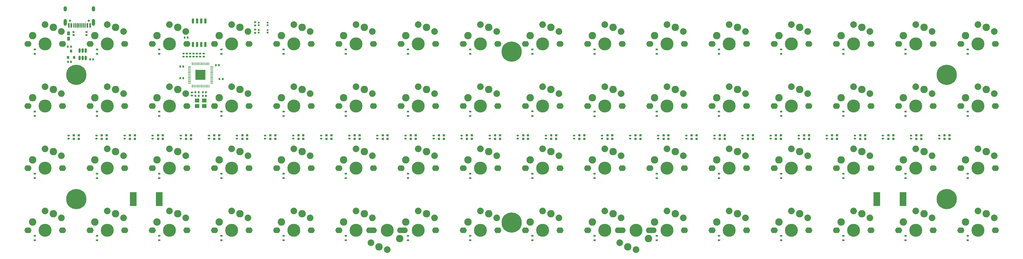
<source format=gbr>
%TF.GenerationSoftware,KiCad,Pcbnew,(6.0.0)*%
%TF.CreationDate,2022-04-25T19:56:53-04:00*%
%TF.ProjectId,HL-2040,484c2d32-3034-4302-9e6b-696361645f70,Mark 2 Rev F*%
%TF.SameCoordinates,Original*%
%TF.FileFunction,Soldermask,Bot*%
%TF.FilePolarity,Negative*%
%FSLAX46Y46*%
G04 Gerber Fmt 4.6, Leading zero omitted, Abs format (unit mm)*
G04 Created by KiCad (PCBNEW (6.0.0)) date 2022-04-25 19:56:53*
%MOMM*%
%LPD*%
G01*
G04 APERTURE LIST*
G04 Aperture macros list*
%AMRoundRect*
0 Rectangle with rounded corners*
0 $1 Rounding radius*
0 $2 $3 $4 $5 $6 $7 $8 $9 X,Y pos of 4 corners*
0 Add a 4 corners polygon primitive as box body*
4,1,4,$2,$3,$4,$5,$6,$7,$8,$9,$2,$3,0*
0 Add four circle primitives for the rounded corners*
1,1,$1+$1,$2,$3*
1,1,$1+$1,$4,$5*
1,1,$1+$1,$6,$7*
1,1,$1+$1,$8,$9*
0 Add four rect primitives between the rounded corners*
20,1,$1+$1,$2,$3,$4,$5,0*
20,1,$1+$1,$4,$5,$6,$7,0*
20,1,$1+$1,$6,$7,$8,$9,0*
20,1,$1+$1,$8,$9,$2,$3,0*%
G04 Aperture macros list end*
%ADD10O,2.150000X1.750000*%
%ADD11C,3.987800*%
%ADD12C,2.032000*%
%ADD13C,2.286000*%
%ADD14O,3.300000X1.750000*%
%ADD15C,6.200000*%
%ADD16RoundRect,0.147500X-0.147500X-0.172500X0.147500X-0.172500X0.147500X0.172500X-0.147500X0.172500X0*%
%ADD17RoundRect,0.147500X0.147500X0.172500X-0.147500X0.172500X-0.147500X-0.172500X0.147500X-0.172500X0*%
%ADD18RoundRect,0.147500X0.172500X-0.147500X0.172500X0.147500X-0.172500X0.147500X-0.172500X-0.147500X0*%
%ADD19R,0.550000X0.550000*%
%ADD20RoundRect,0.050000X0.387500X0.050000X-0.387500X0.050000X-0.387500X-0.050000X0.387500X-0.050000X0*%
%ADD21RoundRect,0.050000X0.050000X0.387500X-0.050000X0.387500X-0.050000X-0.387500X0.050000X-0.387500X0*%
%ADD22R,3.050000X3.050000*%
%ADD23R,0.700000X0.600000*%
%ADD24RoundRect,0.147500X-0.172500X0.147500X-0.172500X-0.147500X0.172500X-0.147500X0.172500X0.147500X0*%
%ADD25RoundRect,0.212500X-0.212500X0.400000X-0.212500X-0.400000X0.212500X-0.400000X0.212500X0.400000X0*%
%ADD26R,0.800000X0.900000*%
%ADD27C,0.650000*%
%ADD28R,0.600000X1.450000*%
%ADD29R,0.300000X1.450000*%
%ADD30O,1.000000X1.600000*%
%ADD31O,1.000000X2.100000*%
%ADD32R,0.700000X0.700000*%
%ADD33R,2.000000X4.200000*%
%ADD34RoundRect,0.150000X-0.150000X0.650000X-0.150000X-0.650000X0.150000X-0.650000X0.150000X0.650000X0*%
%ADD35R,1.400000X1.200000*%
%ADD36RoundRect,0.150000X0.150000X-0.512500X0.150000X0.512500X-0.150000X0.512500X-0.150000X-0.512500X0*%
G04 APERTURE END LIST*
D10*
%TO.C,K2*%
X63226950Y-80962500D03*
D11*
X57943750Y-80962500D03*
D10*
X52660550Y-80962500D03*
D12*
X62943750Y-77162500D03*
D13*
X60483750Y-75882500D03*
D12*
X57943750Y-75062500D03*
D13*
X54133750Y-78422500D03*
%TD*%
D10*
%TO.C,K3*%
X71710550Y-80949800D03*
X82276950Y-80949800D03*
D11*
X76993750Y-80949800D03*
D12*
X81993750Y-77149800D03*
D13*
X79533750Y-75869800D03*
D12*
X76993750Y-75049800D03*
D13*
X73183750Y-78409800D03*
%TD*%
D11*
%TO.C,K6*%
X134143750Y-80962500D03*
D10*
X128860550Y-80962500D03*
X139426950Y-80962500D03*
D12*
X139143750Y-77162500D03*
D13*
X136683750Y-75882500D03*
D12*
X134143750Y-75062500D03*
D13*
X130333750Y-78422500D03*
%TD*%
D10*
%TO.C,K7*%
X158476950Y-80962500D03*
D11*
X153193750Y-80962500D03*
D10*
X147910550Y-80962500D03*
D12*
X158193750Y-77162500D03*
D13*
X155733750Y-75882500D03*
X149383750Y-78422500D03*
D12*
X153193750Y-75062500D03*
%TD*%
D11*
%TO.C,K8*%
X172243750Y-80962500D03*
D10*
X177526950Y-80962500D03*
X166960550Y-80962500D03*
D12*
X177243750Y-77162500D03*
D13*
X174783750Y-75882500D03*
X168433750Y-78422500D03*
D12*
X172243750Y-75062500D03*
%TD*%
D10*
%TO.C,K9*%
X196576950Y-80962500D03*
D11*
X191293750Y-80962500D03*
D10*
X186010550Y-80962500D03*
D13*
X193833750Y-75882500D03*
D12*
X196293750Y-77162500D03*
D13*
X187483750Y-78422500D03*
D12*
X191293750Y-75062500D03*
%TD*%
D10*
%TO.C,K10*%
X205060550Y-80962500D03*
D11*
X210343750Y-80962500D03*
D10*
X215626950Y-80962500D03*
D13*
X212883750Y-75882500D03*
D12*
X215343750Y-77162500D03*
X210343750Y-75062500D03*
D13*
X206533750Y-78422500D03*
%TD*%
D11*
%TO.C,K11*%
X229393750Y-80962500D03*
D10*
X224110550Y-80962500D03*
X234676950Y-80962500D03*
D13*
X231933750Y-75882500D03*
D12*
X234393750Y-77162500D03*
X229393750Y-75062500D03*
D13*
X225583750Y-78422500D03*
%TD*%
D10*
%TO.C,K12*%
X253726950Y-80962500D03*
D11*
X248443750Y-80962500D03*
D10*
X243160550Y-80962500D03*
D13*
X250983750Y-75882500D03*
D12*
X253443750Y-77162500D03*
X248443750Y-75062500D03*
D13*
X244633750Y-78422500D03*
%TD*%
D10*
%TO.C,K13*%
X272776950Y-80962500D03*
D11*
X267493750Y-80962500D03*
D10*
X262210550Y-80962500D03*
D13*
X270033750Y-75882500D03*
D12*
X272493750Y-77162500D03*
D13*
X263683750Y-78422500D03*
D12*
X267493750Y-75062500D03*
%TD*%
D11*
%TO.C,K14*%
X286543750Y-80962500D03*
D10*
X281260550Y-80962500D03*
X291826950Y-80962500D03*
D13*
X289083750Y-75882500D03*
D12*
X291543750Y-77162500D03*
D13*
X282733750Y-78422500D03*
D12*
X286543750Y-75062500D03*
%TD*%
D11*
%TO.C,K15*%
X305593750Y-80962500D03*
D10*
X310876950Y-80962500D03*
X300310550Y-80962500D03*
D13*
X308133750Y-75882500D03*
D12*
X310593750Y-77162500D03*
X305593750Y-75062500D03*
D13*
X301783750Y-78422500D03*
%TD*%
D10*
%TO.C,K16*%
X319360550Y-80962500D03*
X329926950Y-80962500D03*
D11*
X324643750Y-80962500D03*
D12*
X329643750Y-77162500D03*
D13*
X327183750Y-75882500D03*
X320833750Y-78422500D03*
D12*
X324643750Y-75062500D03*
%TD*%
D11*
%TO.C,K17*%
X38893750Y-100012500D03*
D10*
X33610550Y-100012500D03*
X44176950Y-100012500D03*
D12*
X43893750Y-96212500D03*
D13*
X41433750Y-94932500D03*
D12*
X38893750Y-94112500D03*
D13*
X35083750Y-97472500D03*
%TD*%
D10*
%TO.C,K18*%
X63226950Y-100012500D03*
X52660550Y-100012500D03*
D11*
X57943750Y-100012500D03*
D13*
X60483750Y-94932500D03*
D12*
X62943750Y-96212500D03*
D13*
X54133750Y-97472500D03*
D12*
X57943750Y-94112500D03*
%TD*%
D11*
%TO.C,K19*%
X76993750Y-100012500D03*
D10*
X82276950Y-100012500D03*
X71710550Y-100012500D03*
D12*
X81993750Y-96212500D03*
D13*
X79533750Y-94932500D03*
X73183750Y-97472500D03*
D12*
X76993750Y-94112500D03*
%TD*%
D10*
%TO.C,K22*%
X128860550Y-100012500D03*
D11*
X134143750Y-100012500D03*
D10*
X139426950Y-100012500D03*
D13*
X136683750Y-94932500D03*
D12*
X139143750Y-96212500D03*
D13*
X130333750Y-97472500D03*
D12*
X134143750Y-94112500D03*
%TD*%
D10*
%TO.C,K23*%
X147910550Y-100012500D03*
X158476950Y-100012500D03*
D11*
X153193750Y-100012500D03*
D13*
X155733750Y-94932500D03*
D12*
X158193750Y-96212500D03*
D13*
X149383750Y-97472500D03*
D12*
X153193750Y-94112500D03*
%TD*%
D10*
%TO.C,K24*%
X166960550Y-100012500D03*
X177526950Y-100012500D03*
D11*
X172243750Y-100012500D03*
D13*
X174783750Y-94932500D03*
D12*
X177243750Y-96212500D03*
D13*
X168433750Y-97472500D03*
D12*
X172243750Y-94112500D03*
%TD*%
D10*
%TO.C,K25*%
X186010550Y-100012500D03*
X196576950Y-100012500D03*
D11*
X191293750Y-100012500D03*
D13*
X193833750Y-94932500D03*
D12*
X196293750Y-96212500D03*
X191293750Y-94112500D03*
D13*
X187483750Y-97472500D03*
%TD*%
D11*
%TO.C,K26*%
X210343750Y-100012500D03*
D10*
X215626950Y-100012500D03*
X205060550Y-100012500D03*
D12*
X215343750Y-96212500D03*
D13*
X212883750Y-94932500D03*
D12*
X210343750Y-94112500D03*
D13*
X206533750Y-97472500D03*
%TD*%
D10*
%TO.C,K27*%
X234676950Y-100012500D03*
D11*
X229393750Y-100012500D03*
D10*
X224110550Y-100012500D03*
D12*
X234393750Y-96212500D03*
D13*
X231933750Y-94932500D03*
D12*
X229393750Y-94112500D03*
D13*
X225583750Y-97472500D03*
%TD*%
D10*
%TO.C,K28*%
X243160550Y-100012500D03*
D11*
X248443750Y-100012500D03*
D10*
X253726950Y-100012500D03*
D12*
X253443750Y-96212500D03*
D13*
X250983750Y-94932500D03*
D12*
X248443750Y-94112500D03*
D13*
X244633750Y-97472500D03*
%TD*%
D11*
%TO.C,K29*%
X267493750Y-100012500D03*
D10*
X272776950Y-100012500D03*
X262210550Y-100012500D03*
D13*
X270033750Y-94932500D03*
D12*
X272493750Y-96212500D03*
X267493750Y-94112500D03*
D13*
X263683750Y-97472500D03*
%TD*%
D11*
%TO.C,K30*%
X286543750Y-100012500D03*
D10*
X281260550Y-100012500D03*
X291826950Y-100012500D03*
D13*
X289083750Y-94932500D03*
D12*
X291543750Y-96212500D03*
D13*
X282733750Y-97472500D03*
D12*
X286543750Y-94112500D03*
%TD*%
D10*
%TO.C,K31*%
X310876950Y-100012500D03*
D11*
X305593750Y-100012500D03*
D10*
X300310550Y-100012500D03*
D12*
X310593750Y-96212500D03*
D13*
X308133750Y-94932500D03*
X301783750Y-97472500D03*
D12*
X305593750Y-94112500D03*
%TD*%
D10*
%TO.C,K32*%
X319360550Y-100012500D03*
X329926950Y-100012500D03*
D11*
X324643750Y-100012500D03*
D13*
X327183750Y-94932500D03*
D12*
X329643750Y-96212500D03*
X324643750Y-94112500D03*
D13*
X320833750Y-97472500D03*
%TD*%
D10*
%TO.C,K33*%
X33610550Y-119062500D03*
D11*
X38893750Y-119062500D03*
D10*
X44176950Y-119062500D03*
D12*
X43893750Y-115262500D03*
D13*
X41433750Y-113982500D03*
D12*
X38893750Y-113162500D03*
D13*
X35083750Y-116522500D03*
%TD*%
D10*
%TO.C,K34*%
X52660550Y-119062500D03*
D11*
X57943750Y-119062500D03*
D10*
X63226950Y-119062500D03*
D12*
X62943750Y-115262500D03*
D13*
X60483750Y-113982500D03*
D12*
X57943750Y-113162500D03*
D13*
X54133750Y-116522500D03*
%TD*%
D10*
%TO.C,K35*%
X71710550Y-119062500D03*
D11*
X76993750Y-119062500D03*
D10*
X82276950Y-119062500D03*
D12*
X81993750Y-115262500D03*
D13*
X79533750Y-113982500D03*
D12*
X76993750Y-113162500D03*
D13*
X73183750Y-116522500D03*
%TD*%
D11*
%TO.C,K36*%
X96043750Y-119062500D03*
D10*
X90760550Y-119062500D03*
X101326950Y-119062500D03*
D13*
X98583750Y-113982500D03*
D12*
X101043750Y-115262500D03*
D13*
X92233750Y-116522500D03*
D12*
X96043750Y-113162500D03*
%TD*%
D11*
%TO.C,K37*%
X115093750Y-119062500D03*
D10*
X109810550Y-119062500D03*
X120376950Y-119062500D03*
D13*
X117633750Y-113982500D03*
D12*
X120093750Y-115262500D03*
X115093750Y-113162500D03*
D13*
X111283750Y-116522500D03*
%TD*%
D10*
%TO.C,K38*%
X139426950Y-119062500D03*
X128860550Y-119062500D03*
D11*
X134143750Y-119062500D03*
D12*
X139143750Y-115262500D03*
D13*
X136683750Y-113982500D03*
D12*
X134143750Y-113162500D03*
D13*
X130333750Y-116522500D03*
%TD*%
D10*
%TO.C,K39*%
X147910550Y-119062500D03*
X158476950Y-119062500D03*
D11*
X153193750Y-119062500D03*
D13*
X155733750Y-113982500D03*
D12*
X158193750Y-115262500D03*
X153193750Y-113162500D03*
D13*
X149383750Y-116522500D03*
%TD*%
D10*
%TO.C,K40*%
X166960550Y-119062500D03*
D11*
X172243750Y-119062500D03*
D10*
X177526950Y-119062500D03*
D12*
X177243750Y-115262500D03*
D13*
X174783750Y-113982500D03*
D12*
X172243750Y-113162500D03*
D13*
X168433750Y-116522500D03*
%TD*%
D10*
%TO.C,K41*%
X196576950Y-119062500D03*
D11*
X191293750Y-119062500D03*
D10*
X186010550Y-119062500D03*
D12*
X196293750Y-115262500D03*
D13*
X193833750Y-113982500D03*
D12*
X191293750Y-113162500D03*
D13*
X187483750Y-116522500D03*
%TD*%
D10*
%TO.C,K42*%
X215626950Y-119062500D03*
D11*
X210343750Y-119062500D03*
D10*
X205060550Y-119062500D03*
D13*
X212883750Y-113982500D03*
D12*
X215343750Y-115262500D03*
D13*
X206533750Y-116522500D03*
D12*
X210343750Y-113162500D03*
%TD*%
D10*
%TO.C,K43*%
X234676950Y-119062500D03*
X224110550Y-119062500D03*
D11*
X229393750Y-119062500D03*
D12*
X234393750Y-115262500D03*
D13*
X231933750Y-113982500D03*
X225583750Y-116522500D03*
D12*
X229393750Y-113162500D03*
%TD*%
D10*
%TO.C,K44*%
X243160550Y-119062500D03*
D11*
X248443750Y-119062500D03*
D10*
X253726950Y-119062500D03*
D13*
X250983750Y-113982500D03*
D12*
X253443750Y-115262500D03*
X248443750Y-113162500D03*
D13*
X244633750Y-116522500D03*
%TD*%
D11*
%TO.C,K45*%
X267493750Y-119062500D03*
D10*
X272776950Y-119062500D03*
X262210550Y-119062500D03*
D13*
X270033750Y-113982500D03*
D12*
X272493750Y-115262500D03*
X267493750Y-113162500D03*
D13*
X263683750Y-116522500D03*
%TD*%
D10*
%TO.C,K46*%
X281260550Y-119062500D03*
D11*
X286543750Y-119062500D03*
D10*
X291826950Y-119062500D03*
D13*
X289083750Y-113982500D03*
D12*
X291543750Y-115262500D03*
X286543750Y-113162500D03*
D13*
X282733750Y-116522500D03*
%TD*%
D10*
%TO.C,K47*%
X300310550Y-119062500D03*
D11*
X305593750Y-119062500D03*
D10*
X310876950Y-119062500D03*
D12*
X310593750Y-115262500D03*
D13*
X308133750Y-113982500D03*
X301783750Y-116522500D03*
D12*
X305593750Y-113162500D03*
%TD*%
D11*
%TO.C,K48*%
X324643750Y-119062500D03*
D10*
X329926950Y-119062500D03*
X319360550Y-119062500D03*
D13*
X327183750Y-113982500D03*
D12*
X329643750Y-115262500D03*
D13*
X320833750Y-116522500D03*
D12*
X324643750Y-113162500D03*
%TD*%
D11*
%TO.C,K49*%
X38893750Y-138112500D03*
D10*
X44176950Y-138112500D03*
X33610550Y-138112500D03*
D12*
X43893750Y-134312500D03*
D13*
X41433750Y-133032500D03*
D12*
X38893750Y-132212500D03*
D13*
X35083750Y-135572500D03*
%TD*%
D10*
%TO.C,K50*%
X63226950Y-138112500D03*
D11*
X57943750Y-138112500D03*
D10*
X52660550Y-138112500D03*
D12*
X62943750Y-134312500D03*
D13*
X60483750Y-133032500D03*
D12*
X57943750Y-132212500D03*
D13*
X54133750Y-135572500D03*
%TD*%
D10*
%TO.C,K51*%
X82276950Y-138112500D03*
X71710550Y-138112500D03*
D11*
X76993750Y-138112500D03*
D13*
X79533750Y-133032500D03*
D12*
X81993750Y-134312500D03*
D13*
X73183750Y-135572500D03*
D12*
X76993750Y-132212500D03*
%TD*%
D10*
%TO.C,K52*%
X101326950Y-138112500D03*
D11*
X96043750Y-138112500D03*
D10*
X90760550Y-138112500D03*
D12*
X101043750Y-134312500D03*
D13*
X98583750Y-133032500D03*
D12*
X96043750Y-132212500D03*
D13*
X92233750Y-135572500D03*
%TD*%
D11*
%TO.C,K53*%
X115093750Y-138112500D03*
D10*
X120376950Y-138112500D03*
X109810550Y-138112500D03*
D12*
X120093750Y-134312500D03*
D13*
X117633750Y-133032500D03*
X111283750Y-135572500D03*
D12*
X115093750Y-132212500D03*
%TD*%
D14*
%TO.C,K54*%
X138905950Y-138112500D03*
D10*
X128860550Y-138112500D03*
D14*
X148367750Y-138112500D03*
D11*
X134143750Y-138112500D03*
X143668150Y-138112500D03*
D12*
X138668150Y-141912500D03*
D13*
X141128150Y-143192500D03*
D12*
X139143750Y-134312500D03*
D13*
X136683750Y-133032500D03*
X130333750Y-135572500D03*
D12*
X134143750Y-132212500D03*
D13*
X147478150Y-140652500D03*
D12*
X143668150Y-144012500D03*
%TD*%
D10*
%TO.C,K55*%
X158476950Y-138112500D03*
D11*
X153193750Y-138112500D03*
D10*
X147910550Y-138112500D03*
D13*
X155733750Y-133032500D03*
D12*
X158193750Y-134312500D03*
X153193750Y-132212500D03*
D13*
X149383750Y-135572500D03*
%TD*%
D10*
%TO.C,K56*%
X177526950Y-138112500D03*
D11*
X172243750Y-138112500D03*
D10*
X166960550Y-138112500D03*
D13*
X174783750Y-133032500D03*
D12*
X177243750Y-134312500D03*
D13*
X168433750Y-135572500D03*
D12*
X172243750Y-132212500D03*
%TD*%
D10*
%TO.C,K57*%
X186010550Y-138112500D03*
X196576950Y-138112500D03*
D11*
X191293750Y-138112500D03*
D12*
X196293750Y-134312500D03*
D13*
X193833750Y-133032500D03*
D12*
X191293750Y-132212500D03*
D13*
X187483750Y-135572500D03*
%TD*%
D11*
%TO.C,K58*%
X210343750Y-138112500D03*
D14*
X215105950Y-138112500D03*
X224567750Y-138112500D03*
D10*
X205060550Y-138112500D03*
D11*
X219868150Y-138112500D03*
D13*
X217328150Y-143192500D03*
X212883750Y-133032500D03*
D12*
X214868150Y-141912500D03*
X215343750Y-134312500D03*
D13*
X206533750Y-135572500D03*
D12*
X210343750Y-132212500D03*
D13*
X223678150Y-140652500D03*
D12*
X219868150Y-144012500D03*
%TD*%
D10*
%TO.C,K59*%
X224110550Y-138112500D03*
D11*
X229393750Y-138112500D03*
D10*
X234676950Y-138112500D03*
D12*
X234393750Y-134312500D03*
D13*
X231933750Y-133032500D03*
X225583750Y-135572500D03*
D12*
X229393750Y-132212500D03*
%TD*%
D10*
%TO.C,K60*%
X243160550Y-138112500D03*
X253726950Y-138112500D03*
D11*
X248443750Y-138112500D03*
D12*
X253443750Y-134312500D03*
D13*
X250983750Y-133032500D03*
D12*
X248443750Y-132212500D03*
D13*
X244633750Y-135572500D03*
%TD*%
D10*
%TO.C,K61*%
X272776950Y-138112500D03*
D11*
X267493750Y-138112500D03*
D10*
X262210550Y-138112500D03*
D13*
X270033750Y-133032500D03*
D12*
X272493750Y-134312500D03*
X267493750Y-132212500D03*
D13*
X263683750Y-135572500D03*
%TD*%
D11*
%TO.C,K62*%
X286543750Y-138112500D03*
D10*
X291826950Y-138112500D03*
X281260550Y-138112500D03*
D13*
X289083750Y-133032500D03*
D12*
X291543750Y-134312500D03*
D13*
X282733750Y-135572500D03*
D12*
X286543750Y-132212500D03*
%TD*%
D11*
%TO.C,K63*%
X305593750Y-138112500D03*
D10*
X310876950Y-138112500D03*
X300310550Y-138112500D03*
D13*
X308133750Y-133032500D03*
D12*
X310593750Y-134312500D03*
X305593750Y-132212500D03*
D13*
X301783750Y-135572500D03*
%TD*%
D10*
%TO.C,K64*%
X319360550Y-138112500D03*
D11*
X324643750Y-138112500D03*
D10*
X329926950Y-138112500D03*
D13*
X327183750Y-133032500D03*
D12*
X329643750Y-134312500D03*
D13*
X320833750Y-135572500D03*
D12*
X324643750Y-132212500D03*
%TD*%
D10*
%TO.C,K1*%
X44176950Y-80962500D03*
X33610550Y-80962500D03*
D11*
X38893750Y-80962500D03*
D13*
X41433750Y-75882500D03*
D12*
X43893750Y-77162500D03*
X38893750Y-75062500D03*
D13*
X35083750Y-78422500D03*
%TD*%
D15*
%TO.C,H1*%
X48415700Y-90481800D03*
%TD*%
%TO.C,H2*%
X48415700Y-128579400D03*
%TD*%
%TO.C,H3*%
X181757300Y-83338500D03*
%TD*%
%TO.C,H4*%
X181757300Y-135722700D03*
%TD*%
%TO.C,H5*%
X315098900Y-90481800D03*
%TD*%
%TO.C,H6*%
X315098900Y-128579400D03*
%TD*%
D10*
%TO.C,K4*%
X101326950Y-80962500D03*
X90760550Y-80962500D03*
D11*
X96043750Y-80962500D03*
D13*
X98583750Y-75882500D03*
D12*
X101043750Y-77162500D03*
D13*
X92233750Y-78422500D03*
D12*
X96043750Y-75062500D03*
%TD*%
D10*
%TO.C,K5*%
X109810550Y-80962500D03*
D11*
X115093750Y-80962500D03*
D10*
X120376950Y-80962500D03*
D12*
X120093750Y-77162500D03*
D13*
X117633750Y-75882500D03*
D12*
X115093750Y-75062500D03*
D13*
X111283750Y-78422500D03*
%TD*%
D11*
%TO.C,K21*%
X115093750Y-100012500D03*
D10*
X109810550Y-100012500D03*
X120376950Y-100012500D03*
D12*
X120093750Y-96212500D03*
D13*
X117633750Y-94932500D03*
X111283750Y-97472500D03*
D12*
X115093750Y-94112500D03*
%TD*%
D10*
%TO.C,K20*%
X101326950Y-100012500D03*
X90760550Y-100012500D03*
D11*
X96043750Y-100012500D03*
D12*
X101043750Y-96212500D03*
D13*
X98583750Y-94932500D03*
X92233750Y-97472500D03*
D12*
X96043750Y-94112500D03*
%TD*%
D16*
%TO.C,C1*%
X91158200Y-87477600D03*
X92128200Y-87477600D03*
%TD*%
D17*
%TO.C,C2*%
X85930600Y-95808800D03*
X84960600Y-95808800D03*
%TD*%
D16*
%TO.C,C3*%
X92326600Y-91744800D03*
X93296600Y-91744800D03*
%TD*%
D18*
%TO.C,C6*%
X81305400Y-84886800D03*
X81305400Y-83916800D03*
%TD*%
%TO.C,C8*%
X85394800Y-84886800D03*
X85394800Y-83916800D03*
%TD*%
D19*
%TO.C,S1*%
X104339000Y-77464000D03*
X104339000Y-76714000D03*
X106989000Y-76714000D03*
X106989000Y-77464000D03*
%TD*%
D20*
%TO.C,U0*%
X89924500Y-87887500D03*
X89924500Y-88287500D03*
X89924500Y-88687500D03*
X89924500Y-89087500D03*
X89924500Y-89487500D03*
X89924500Y-89887500D03*
X89924500Y-90287500D03*
X89924500Y-90687500D03*
X89924500Y-91087500D03*
X89924500Y-91487500D03*
X89924500Y-91887500D03*
X89924500Y-92287500D03*
X89924500Y-92687500D03*
X89924500Y-93087500D03*
D21*
X89087000Y-93925000D03*
X88687000Y-93925000D03*
X88287000Y-93925000D03*
X87887000Y-93925000D03*
X87487000Y-93925000D03*
X87087000Y-93925000D03*
X86687000Y-93925000D03*
X86287000Y-93925000D03*
X85887000Y-93925000D03*
X85487000Y-93925000D03*
X85087000Y-93925000D03*
X84687000Y-93925000D03*
X84287000Y-93925000D03*
X83887000Y-93925000D03*
D20*
X83049500Y-93087500D03*
X83049500Y-92687500D03*
X83049500Y-92287500D03*
X83049500Y-91887500D03*
X83049500Y-91487500D03*
X83049500Y-91087500D03*
X83049500Y-90687500D03*
X83049500Y-90287500D03*
X83049500Y-89887500D03*
X83049500Y-89487500D03*
X83049500Y-89087500D03*
X83049500Y-88687500D03*
X83049500Y-88287500D03*
X83049500Y-87887500D03*
D21*
X83887000Y-87050000D03*
X84287000Y-87050000D03*
X84687000Y-87050000D03*
X85087000Y-87050000D03*
X85487000Y-87050000D03*
X85887000Y-87050000D03*
X86287000Y-87050000D03*
X86687000Y-87050000D03*
X87087000Y-87050000D03*
X87487000Y-87050000D03*
X87887000Y-87050000D03*
X88287000Y-87050000D03*
X88687000Y-87050000D03*
X89087000Y-87050000D03*
D22*
X86487000Y-90487500D03*
%TD*%
D18*
%TO.C,C7*%
X82346800Y-84886800D03*
X82346800Y-83916800D03*
%TD*%
D23*
%TO.C,D1*%
X35718750Y-84043750D03*
X35718750Y-82643750D03*
%TD*%
%TO.C,D2*%
X54768750Y-84043750D03*
X54768750Y-82643750D03*
%TD*%
%TO.C,D3*%
X73818750Y-84043750D03*
X73818750Y-82643750D03*
%TD*%
%TO.C,D4*%
X92868750Y-84043750D03*
X92868750Y-82643750D03*
%TD*%
%TO.C,D5*%
X111918750Y-84043750D03*
X111918750Y-82643750D03*
%TD*%
%TO.C,D6*%
X130968750Y-84043750D03*
X130968750Y-82643750D03*
%TD*%
%TO.C,D7*%
X150018750Y-84043750D03*
X150018750Y-82643750D03*
%TD*%
%TO.C,D8*%
X169068750Y-84043750D03*
X169068750Y-82643750D03*
%TD*%
%TO.C,D9*%
X188118750Y-84043750D03*
X188118750Y-82643750D03*
%TD*%
%TO.C,D10*%
X207168750Y-84043750D03*
X207168750Y-82643750D03*
%TD*%
%TO.C,D11*%
X226218750Y-84043750D03*
X226218750Y-82643750D03*
%TD*%
%TO.C,D12*%
X245268750Y-84043750D03*
X245268750Y-82643750D03*
%TD*%
%TO.C,D13*%
X264318750Y-84043750D03*
X264318750Y-82643750D03*
%TD*%
%TO.C,D14*%
X283368750Y-84043750D03*
X283368750Y-82643750D03*
%TD*%
%TO.C,D15*%
X302418750Y-84043750D03*
X302418750Y-82643750D03*
%TD*%
%TO.C,D16*%
X321468750Y-84043750D03*
X321468750Y-82643750D03*
%TD*%
%TO.C,D17*%
X35718750Y-103093750D03*
X35718750Y-101693750D03*
%TD*%
%TO.C,D18*%
X54768750Y-103093750D03*
X54768750Y-101693750D03*
%TD*%
%TO.C,D19*%
X73818750Y-103093750D03*
X73818750Y-101693750D03*
%TD*%
%TO.C,D20*%
X92868750Y-103093750D03*
X92868750Y-101693750D03*
%TD*%
%TO.C,D21*%
X111918750Y-103093750D03*
X111918750Y-101693750D03*
%TD*%
%TO.C,D22*%
X130968750Y-103093750D03*
X130968750Y-101693750D03*
%TD*%
%TO.C,D23*%
X150018750Y-103093750D03*
X150018750Y-101693750D03*
%TD*%
%TO.C,D24*%
X169068750Y-103093750D03*
X169068750Y-101693750D03*
%TD*%
%TO.C,D25*%
X188118750Y-103031250D03*
X188118750Y-101631250D03*
%TD*%
%TO.C,D26*%
X207168750Y-103106250D03*
X207168750Y-101706250D03*
%TD*%
%TO.C,D27*%
X226218750Y-103093750D03*
X226218750Y-101693750D03*
%TD*%
%TO.C,D28*%
X245268750Y-103093750D03*
X245268750Y-101693750D03*
%TD*%
%TO.C,D29*%
X264318750Y-103093750D03*
X264318750Y-101693750D03*
%TD*%
%TO.C,D30*%
X283368750Y-103093750D03*
X283368750Y-101693750D03*
%TD*%
%TO.C,D31*%
X302418750Y-103093750D03*
X302418750Y-101693750D03*
%TD*%
%TO.C,D32*%
X321468750Y-103093750D03*
X321468750Y-101693750D03*
%TD*%
%TO.C,D33*%
X35718750Y-122143750D03*
X35718750Y-120743750D03*
%TD*%
%TO.C,D34*%
X54768750Y-122143750D03*
X54768750Y-120743750D03*
%TD*%
%TO.C,D35*%
X73818750Y-122143750D03*
X73818750Y-120743750D03*
%TD*%
%TO.C,D36*%
X92868750Y-122143750D03*
X92868750Y-120743750D03*
%TD*%
%TO.C,D37*%
X111918750Y-122143750D03*
X111918750Y-120743750D03*
%TD*%
%TO.C,D38*%
X130968750Y-122143750D03*
X130968750Y-120743750D03*
%TD*%
%TO.C,D39*%
X150018750Y-122143750D03*
X150018750Y-120743750D03*
%TD*%
%TO.C,D40*%
X169068750Y-122143750D03*
X169068750Y-120743750D03*
%TD*%
%TO.C,D41*%
X188118750Y-122143750D03*
X188118750Y-120743750D03*
%TD*%
%TO.C,D42*%
X207168750Y-122143750D03*
X207168750Y-120743750D03*
%TD*%
%TO.C,D43*%
X226218750Y-122143750D03*
X226218750Y-120743750D03*
%TD*%
%TO.C,D44*%
X245268750Y-122143750D03*
X245268750Y-120743750D03*
%TD*%
%TO.C,D45*%
X264318750Y-122143750D03*
X264318750Y-120743750D03*
%TD*%
%TO.C,D46*%
X283368750Y-122143750D03*
X283368750Y-120743750D03*
%TD*%
%TO.C,D47*%
X302418750Y-122143750D03*
X302418750Y-120743750D03*
%TD*%
%TO.C,D48*%
X321468750Y-122143750D03*
X321468750Y-120743750D03*
%TD*%
%TO.C,D49*%
X35718750Y-141193750D03*
X35718750Y-139793750D03*
%TD*%
%TO.C,D50*%
X54768750Y-141193750D03*
X54768750Y-139793750D03*
%TD*%
%TO.C,D51*%
X73818750Y-141193750D03*
X73818750Y-139793750D03*
%TD*%
%TO.C,D52*%
X92868750Y-141193750D03*
X92868750Y-139793750D03*
%TD*%
%TO.C,D53*%
X111918750Y-141193750D03*
X111918750Y-139793750D03*
%TD*%
%TO.C,D54*%
X130968750Y-141193750D03*
X130968750Y-139793750D03*
%TD*%
%TO.C,D55*%
X150018750Y-141193750D03*
X150018750Y-139793750D03*
%TD*%
%TO.C,D56*%
X169068750Y-141193750D03*
X169068750Y-139793750D03*
%TD*%
%TO.C,D57*%
X188118750Y-141193750D03*
X188118750Y-139793750D03*
%TD*%
%TO.C,D58*%
X207168750Y-141193750D03*
X207168750Y-139793750D03*
%TD*%
%TO.C,D59*%
X226218750Y-141193750D03*
X226218750Y-139793750D03*
%TD*%
%TO.C,D60*%
X245268750Y-141193750D03*
X245268750Y-139793750D03*
%TD*%
%TO.C,D61*%
X264318750Y-141193750D03*
X264318750Y-139793750D03*
%TD*%
%TO.C,D62*%
X283368750Y-141193750D03*
X283368750Y-139793750D03*
%TD*%
%TO.C,D63*%
X302418750Y-141193750D03*
X302418750Y-139793750D03*
%TD*%
%TO.C,D64*%
X321468750Y-141193750D03*
X321468750Y-139793750D03*
%TD*%
D18*
%TO.C,RC2*%
X51593750Y-78272500D03*
X51593750Y-77302500D03*
%TD*%
D24*
%TO.C,RC1*%
X47625000Y-77302500D03*
X47625000Y-78272500D03*
%TD*%
%TO.C,RD1*%
X84378800Y-83916800D03*
X84378800Y-84886800D03*
%TD*%
D25*
%TO.C,F0*%
X46069250Y-77737000D03*
X46069250Y-79362000D03*
%TD*%
D26*
%TO.C,U1*%
X47781250Y-85124800D03*
X45881250Y-85124800D03*
X46831250Y-83124800D03*
%TD*%
D18*
%TO.C,LC1*%
X46037500Y-110022500D03*
X46037500Y-109052500D03*
%TD*%
D17*
%TO.C,C4*%
X81206200Y-91490800D03*
X80236200Y-91490800D03*
%TD*%
D27*
%TO.C,J0*%
X52293000Y-73847000D03*
X46513000Y-73847000D03*
D28*
X46153000Y-75292000D03*
X46953000Y-75292000D03*
D29*
X48153000Y-75292000D03*
X49153000Y-75292000D03*
X49653000Y-75292000D03*
X50653000Y-75292000D03*
D28*
X51853000Y-75292000D03*
X52653000Y-75292000D03*
X52653000Y-75292000D03*
X51853000Y-75292000D03*
D29*
X51153000Y-75292000D03*
X50153000Y-75292000D03*
X48653000Y-75292000D03*
X47653000Y-75292000D03*
D28*
X46953000Y-75292000D03*
X46153000Y-75292000D03*
D30*
X45083000Y-70197000D03*
D31*
X45083000Y-74377000D03*
D30*
X53723000Y-70197000D03*
D31*
X53723000Y-74377000D03*
%TD*%
D18*
%TO.C,LC3*%
X63243950Y-110022500D03*
X63243950Y-109052500D03*
%TD*%
%TO.C,LC10*%
X123466525Y-110022500D03*
X123466525Y-109052500D03*
%TD*%
%TO.C,LC12*%
X140672975Y-110022500D03*
X140672975Y-109052500D03*
%TD*%
%TO.C,LC6*%
X89053625Y-110022500D03*
X89053625Y-109052500D03*
%TD*%
%TO.C,LC8*%
X106260075Y-110022500D03*
X106260075Y-109052500D03*
%TD*%
%TO.C,LC9*%
X114863300Y-110022500D03*
X114863300Y-109052500D03*
%TD*%
%TO.C,LC7*%
X97656850Y-110022500D03*
X97656850Y-109052500D03*
%TD*%
%TO.C,LC5*%
X80450400Y-110022500D03*
X80450400Y-109052500D03*
%TD*%
%TO.C,LC11*%
X132069750Y-110022500D03*
X132069750Y-109052500D03*
%TD*%
%TO.C,LC13*%
X149276200Y-110022500D03*
X149276200Y-109052500D03*
%TD*%
%TO.C,LC4*%
X71847175Y-110022500D03*
X71847175Y-109052500D03*
%TD*%
%TO.C,LC14*%
X157879425Y-110022500D03*
X157879425Y-109052500D03*
%TD*%
%TO.C,LC15*%
X166482650Y-110022500D03*
X166482650Y-109052500D03*
%TD*%
%TO.C,LC16*%
X175085875Y-110022500D03*
X175085875Y-109052500D03*
%TD*%
%TO.C,LC17*%
X183689100Y-110022500D03*
X183689100Y-109052500D03*
%TD*%
%TO.C,LC18*%
X192292325Y-110022500D03*
X192292325Y-109052500D03*
%TD*%
%TO.C,LC19*%
X200895550Y-110022500D03*
X200895550Y-109052500D03*
%TD*%
%TO.C,LC20*%
X209498775Y-110022500D03*
X209498775Y-109052500D03*
%TD*%
%TO.C,LC21*%
X218102000Y-110022500D03*
X218102000Y-109052500D03*
%TD*%
%TO.C,LC22*%
X226705225Y-110022500D03*
X226705225Y-109052500D03*
%TD*%
%TO.C,LC23*%
X235308450Y-110022500D03*
X235308450Y-109052500D03*
%TD*%
%TO.C,LC24*%
X243911675Y-110022500D03*
X243911675Y-109052500D03*
%TD*%
%TO.C,LC25*%
X252480525Y-110022500D03*
X252480525Y-109052500D03*
%TD*%
%TO.C,LC26*%
X261118125Y-110022500D03*
X261118125Y-109052500D03*
%TD*%
%TO.C,LC27*%
X269721350Y-110022500D03*
X269721350Y-109052500D03*
%TD*%
%TO.C,LC28*%
X278324575Y-110022500D03*
X278324575Y-109052500D03*
%TD*%
%TO.C,LC29*%
X286927800Y-110022500D03*
X286927800Y-109052500D03*
%TD*%
%TO.C,LC30*%
X295459150Y-110022500D03*
X295459150Y-109052500D03*
%TD*%
%TO.C,LC31*%
X304134250Y-110022500D03*
X304134250Y-109052500D03*
%TD*%
%TO.C,LC32*%
X312737475Y-110022500D03*
X312737475Y-109052500D03*
%TD*%
D32*
%TO.C,LD16*%
X178217125Y-108987500D03*
X178217125Y-110087500D03*
X176717125Y-110087500D03*
X176717125Y-108987500D03*
%TD*%
%TO.C,LD17*%
X186820350Y-108987500D03*
X186820350Y-110087500D03*
X185320350Y-110087500D03*
X185320350Y-108987500D03*
%TD*%
%TO.C,LD18*%
X195423575Y-108987500D03*
X195423575Y-110087500D03*
X193923575Y-110087500D03*
X193923575Y-108987500D03*
%TD*%
%TO.C,LD19*%
X204026800Y-108987500D03*
X204026800Y-110087500D03*
X202526800Y-110087500D03*
X202526800Y-108987500D03*
%TD*%
%TO.C,LD20*%
X212630025Y-108987500D03*
X212630025Y-110087500D03*
X211130025Y-110087500D03*
X211130025Y-108987500D03*
%TD*%
%TO.C,LD21*%
X221233250Y-108987500D03*
X221233250Y-110087500D03*
X219733250Y-110087500D03*
X219733250Y-108987500D03*
%TD*%
%TO.C,LD22*%
X229836475Y-108987500D03*
X229836475Y-110087500D03*
X228336475Y-110087500D03*
X228336475Y-108987500D03*
%TD*%
%TO.C,LD23*%
X238439700Y-108987500D03*
X238439700Y-110087500D03*
X236939700Y-110087500D03*
X236939700Y-108987500D03*
%TD*%
%TO.C,LD24*%
X247042925Y-108987500D03*
X247042925Y-110087500D03*
X245542925Y-110087500D03*
X245542925Y-108987500D03*
%TD*%
%TO.C,LD25*%
X255680525Y-108987500D03*
X255680525Y-110087500D03*
X254180525Y-110087500D03*
X254180525Y-108987500D03*
%TD*%
%TO.C,LD26*%
X264249375Y-108987500D03*
X264249375Y-110087500D03*
X262749375Y-110087500D03*
X262749375Y-108987500D03*
%TD*%
%TO.C,LD27*%
X272852600Y-108987500D03*
X272852600Y-110087500D03*
X271352600Y-110087500D03*
X271352600Y-108987500D03*
%TD*%
%TO.C,LD28*%
X281455825Y-108987500D03*
X281455825Y-110087500D03*
X279955825Y-110087500D03*
X279955825Y-108987500D03*
%TD*%
%TO.C,LD29*%
X290059050Y-108987500D03*
X290059050Y-110087500D03*
X288559050Y-110087500D03*
X288559050Y-108987500D03*
%TD*%
%TO.C,LD30*%
X298734150Y-108987500D03*
X298734150Y-110087500D03*
X297234150Y-110087500D03*
X297234150Y-108987500D03*
%TD*%
%TO.C,LD32*%
X315868725Y-108987500D03*
X315868725Y-110087500D03*
X314368725Y-110087500D03*
X314368725Y-108987500D03*
%TD*%
%TO.C,LD31*%
X307265500Y-108987500D03*
X307265500Y-110087500D03*
X305765500Y-110087500D03*
X305765500Y-108987500D03*
%TD*%
%TO.C,LD15*%
X169613900Y-108987500D03*
X169613900Y-110087500D03*
X168113900Y-110087500D03*
X168113900Y-108987500D03*
%TD*%
%TO.C,LD14*%
X161010675Y-108987500D03*
X161010675Y-110087500D03*
X159510675Y-110087500D03*
X159510675Y-108987500D03*
%TD*%
%TO.C,LD12*%
X143804225Y-108987500D03*
X143804225Y-110087500D03*
X142304225Y-110087500D03*
X142304225Y-108987500D03*
%TD*%
%TO.C,LD10*%
X126597775Y-108987500D03*
X126597775Y-110087500D03*
X125097775Y-110087500D03*
X125097775Y-108987500D03*
%TD*%
%TO.C,LD13*%
X152407450Y-108987500D03*
X152407450Y-110087500D03*
X150907450Y-110087500D03*
X150907450Y-108987500D03*
%TD*%
%TO.C,LD5*%
X83581650Y-108987500D03*
X83581650Y-110087500D03*
X82081650Y-110087500D03*
X82081650Y-108987500D03*
%TD*%
%TO.C,LD11*%
X135201000Y-108987500D03*
X135201000Y-110087500D03*
X133701000Y-110087500D03*
X133701000Y-108987500D03*
%TD*%
%TO.C,LD6*%
X92184875Y-108987500D03*
X92184875Y-110087500D03*
X90684875Y-110087500D03*
X90684875Y-108987500D03*
%TD*%
%TO.C,LD7*%
X100788100Y-108987500D03*
X100788100Y-110087500D03*
X99288100Y-110087500D03*
X99288100Y-108987500D03*
%TD*%
%TO.C,LD8*%
X109391325Y-108987500D03*
X109391325Y-110087500D03*
X107891325Y-110087500D03*
X107891325Y-108987500D03*
%TD*%
%TO.C,LD9*%
X117994550Y-108987500D03*
X117994550Y-110087500D03*
X116494550Y-110087500D03*
X116494550Y-108987500D03*
%TD*%
%TO.C,LD2*%
X57771975Y-108987500D03*
X57771975Y-110087500D03*
X56271975Y-110087500D03*
X56271975Y-108987500D03*
%TD*%
%TO.C,LD1*%
X49168750Y-108987500D03*
X49168750Y-110087500D03*
X47668750Y-110087500D03*
X47668750Y-108987500D03*
%TD*%
%TO.C,LD3*%
X66375200Y-108987500D03*
X66375200Y-110087500D03*
X64875200Y-110087500D03*
X64875200Y-108987500D03*
%TD*%
%TO.C,LD4*%
X74978425Y-108987500D03*
X74978425Y-110087500D03*
X73478425Y-110087500D03*
X73478425Y-108987500D03*
%TD*%
D18*
%TO.C,LC2*%
X54640725Y-110022500D03*
X54640725Y-109052500D03*
%TD*%
D17*
%TO.C,C5*%
X81206200Y-87884000D03*
X80236200Y-87884000D03*
%TD*%
D33*
%TO.C,TX0*%
X293656250Y-128587500D03*
X301656250Y-128587500D03*
%TD*%
%TO.C,TX1*%
X73850000Y-128587500D03*
X65850000Y-128587500D03*
%TD*%
D17*
%TO.C,CF1*%
X82603200Y-79019400D03*
X81633200Y-79019400D03*
%TD*%
D18*
%TO.C,C10*%
X87452200Y-84886800D03*
X87452200Y-83916800D03*
%TD*%
D24*
%TO.C,C11*%
X83870800Y-95857200D03*
X83870800Y-96827200D03*
%TD*%
D34*
%TO.C,U3*%
X84150200Y-73920800D03*
X85420200Y-73920800D03*
X86690200Y-73920800D03*
X87960200Y-73920800D03*
X87960200Y-81120800D03*
X86690200Y-81120800D03*
X85420200Y-81120800D03*
X84150200Y-81120800D03*
%TD*%
D19*
%TO.C,S2*%
X106989000Y-75178000D03*
X106989000Y-74428000D03*
X104339000Y-75178000D03*
X104339000Y-74428000D03*
%TD*%
D35*
%TO.C,Y0*%
X87663200Y-100037000D03*
X85463200Y-100037000D03*
X85463200Y-98337000D03*
X87663200Y-98337000D03*
%TD*%
D18*
%TO.C,RR1*%
X103251000Y-77574000D03*
X103251000Y-76604000D03*
%TD*%
D36*
%TO.C,U2*%
X51343600Y-85262300D03*
X50393600Y-85262300D03*
X49443600Y-85262300D03*
X49443600Y-82987300D03*
X50393600Y-82987300D03*
X51343600Y-82987300D03*
%TD*%
D24*
%TO.C,RD0*%
X83362800Y-83916800D03*
X83362800Y-84886800D03*
%TD*%
D17*
%TO.C,RL1*%
X53647200Y-85699600D03*
X52677200Y-85699600D03*
%TD*%
D24*
%TO.C,RF1*%
X103251000Y-74318000D03*
X103251000Y-75288000D03*
%TD*%
D17*
%TO.C,CX2*%
X88165800Y-96901000D03*
X87195800Y-96901000D03*
%TD*%
%TO.C,CP2*%
X46840000Y-86436200D03*
X45870000Y-86436200D03*
%TD*%
D18*
%TO.C,C9*%
X86410800Y-84886800D03*
X86410800Y-83916800D03*
%TD*%
D16*
%TO.C,CP1*%
X45844600Y-81813400D03*
X46814600Y-81813400D03*
%TD*%
D17*
%TO.C,CX1*%
X85930600Y-96901000D03*
X84960600Y-96901000D03*
%TD*%
D16*
%TO.C,RX1*%
X87195800Y-95808800D03*
X88165800Y-95808800D03*
%TD*%
M02*

</source>
